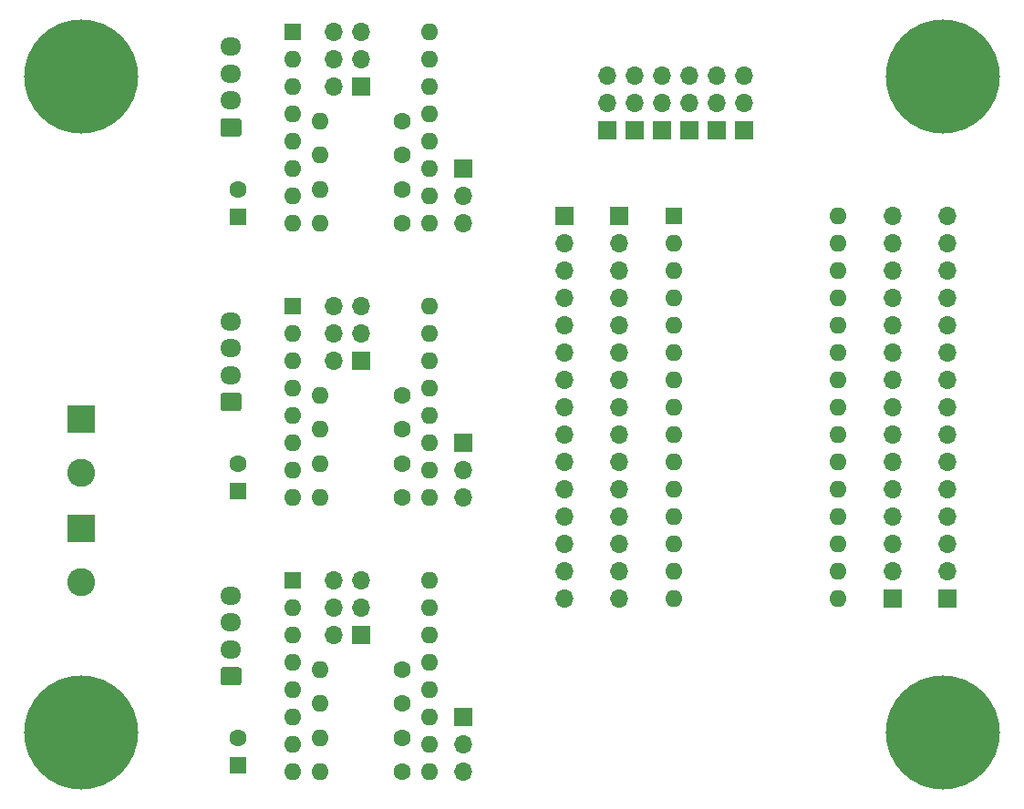
<source format=gbs>
G04 #@! TF.GenerationSoftware,KiCad,Pcbnew,5.1.10*
G04 #@! TF.CreationDate,2021-05-19T15:31:35-05:00*
G04 #@! TF.ProjectId,Multiboard,4d756c74-6962-46f6-9172-642e6b696361,rev?*
G04 #@! TF.SameCoordinates,Original*
G04 #@! TF.FileFunction,Soldermask,Bot*
G04 #@! TF.FilePolarity,Negative*
%FSLAX46Y46*%
G04 Gerber Fmt 4.6, Leading zero omitted, Abs format (unit mm)*
G04 Created by KiCad (PCBNEW 5.1.10) date 2021-05-19 15:31:35*
%MOMM*%
%LPD*%
G01*
G04 APERTURE LIST*
%ADD10R,2.600000X2.600000*%
%ADD11C,2.600000*%
%ADD12R,1.700000X1.700000*%
%ADD13O,1.700000X1.700000*%
%ADD14O,1.600000X1.600000*%
%ADD15C,1.600000*%
%ADD16R,1.600000X1.600000*%
%ADD17O,1.950000X1.700000*%
%ADD18C,0.900000*%
%ADD19C,10.600000*%
G04 APERTURE END LIST*
D10*
X120240000Y-107580000D03*
D11*
X120240000Y-112580000D03*
D10*
X120240000Y-97445000D03*
D11*
X120240000Y-102445000D03*
D12*
X171580000Y-70580000D03*
D13*
X171580000Y-68040000D03*
X171580000Y-65500000D03*
D12*
X169040000Y-70580000D03*
D13*
X169040000Y-68040000D03*
X169040000Y-65500000D03*
D12*
X176660000Y-70580000D03*
D13*
X176660000Y-68040000D03*
X176660000Y-65500000D03*
D12*
X179200000Y-70580000D03*
D13*
X179200000Y-68040000D03*
X179200000Y-65500000D03*
D12*
X181740000Y-70580000D03*
D13*
X181740000Y-68040000D03*
X181740000Y-65500000D03*
D12*
X174120000Y-70580000D03*
D13*
X174120000Y-68040000D03*
X174120000Y-65500000D03*
D14*
X142380000Y-127055000D03*
D15*
X150000000Y-127055000D03*
D14*
X142380000Y-123880000D03*
D15*
X150000000Y-123880000D03*
X134760000Y-127095000D03*
D16*
X134760000Y-129595000D03*
D17*
X134125000Y-113840000D03*
X134125000Y-116340000D03*
X134125000Y-118840000D03*
G36*
G01*
X134850000Y-122190000D02*
X133400000Y-122190000D01*
G75*
G02*
X133150000Y-121940000I0J250000D01*
G01*
X133150000Y-120740000D01*
G75*
G02*
X133400000Y-120490000I250000J0D01*
G01*
X134850000Y-120490000D01*
G75*
G02*
X135100000Y-120740000I0J-250000D01*
G01*
X135100000Y-121940000D01*
G75*
G02*
X134850000Y-122190000I-250000J0D01*
G01*
G37*
D14*
X152540000Y-112450000D03*
X139840000Y-130230000D03*
X152540000Y-114990000D03*
X139840000Y-127690000D03*
X152540000Y-117530000D03*
X139840000Y-125150000D03*
X152540000Y-120070000D03*
X139840000Y-122610000D03*
X152540000Y-122610000D03*
X139840000Y-120070000D03*
X152540000Y-125150000D03*
X139840000Y-117530000D03*
X152540000Y-127690000D03*
X139840000Y-114990000D03*
X152540000Y-130230000D03*
D16*
X139840000Y-112450000D03*
D13*
X143650000Y-112450000D03*
X146190000Y-112450000D03*
X143650000Y-114990000D03*
X146190000Y-114990000D03*
X143650000Y-117530000D03*
D12*
X146190000Y-117530000D03*
D13*
X155715000Y-130230000D03*
X155715000Y-127690000D03*
D12*
X155715000Y-125150000D03*
D14*
X142380000Y-120705000D03*
D15*
X150000000Y-120705000D03*
D14*
X142380000Y-130230000D03*
D15*
X150000000Y-130230000D03*
X134760000Y-101595000D03*
D16*
X134760000Y-104095000D03*
D14*
X152540000Y-86950000D03*
X139840000Y-104730000D03*
X152540000Y-89490000D03*
X139840000Y-102190000D03*
X152540000Y-92030000D03*
X139840000Y-99650000D03*
X152540000Y-94570000D03*
X139840000Y-97110000D03*
X152540000Y-97110000D03*
X139840000Y-94570000D03*
X152540000Y-99650000D03*
X139840000Y-92030000D03*
X152540000Y-102190000D03*
X139840000Y-89490000D03*
X152540000Y-104730000D03*
D16*
X139840000Y-86950000D03*
D14*
X142380000Y-95205000D03*
D15*
X150000000Y-95205000D03*
D14*
X142380000Y-98380000D03*
D15*
X150000000Y-98380000D03*
D14*
X142380000Y-101555000D03*
D15*
X150000000Y-101555000D03*
D14*
X142380000Y-104730000D03*
D15*
X150000000Y-104730000D03*
D17*
X134125000Y-88340000D03*
X134125000Y-90840000D03*
X134125000Y-93340000D03*
G36*
G01*
X134850000Y-96690000D02*
X133400000Y-96690000D01*
G75*
G02*
X133150000Y-96440000I0J250000D01*
G01*
X133150000Y-95240000D01*
G75*
G02*
X133400000Y-94990000I250000J0D01*
G01*
X134850000Y-94990000D01*
G75*
G02*
X135100000Y-95240000I0J-250000D01*
G01*
X135100000Y-96440000D01*
G75*
G02*
X134850000Y-96690000I-250000J0D01*
G01*
G37*
D13*
X143650000Y-86950000D03*
X146190000Y-86950000D03*
X143650000Y-89490000D03*
X146190000Y-89490000D03*
X143650000Y-92030000D03*
D12*
X146190000Y-92030000D03*
D13*
X155715000Y-104730000D03*
X155715000Y-102190000D03*
D12*
X155715000Y-99650000D03*
D18*
X203050749Y-123769251D03*
X200240000Y-122605000D03*
X197429251Y-123769251D03*
X196265000Y-126580000D03*
X197429251Y-129390749D03*
X200240000Y-130555000D03*
X203050749Y-129390749D03*
X204215000Y-126580000D03*
D19*
X200240000Y-126580000D03*
D18*
X123050749Y-123769251D03*
X120240000Y-122605000D03*
X117429251Y-123769251D03*
X116265000Y-126580000D03*
X117429251Y-129390749D03*
X120240000Y-130555000D03*
X123050749Y-129390749D03*
X124215000Y-126580000D03*
D19*
X120240000Y-126580000D03*
D18*
X203050749Y-62769251D03*
X200240000Y-61605000D03*
X197429251Y-62769251D03*
X196265000Y-65580000D03*
X197429251Y-68390749D03*
X200240000Y-69555000D03*
X203050749Y-68390749D03*
X204215000Y-65580000D03*
D19*
X200240000Y-65580000D03*
D18*
X123050749Y-62769251D03*
X120240000Y-61605000D03*
X117429251Y-62769251D03*
X116265000Y-65580000D03*
X117429251Y-68390749D03*
X120240000Y-69555000D03*
X123050749Y-68390749D03*
X124215000Y-65580000D03*
D19*
X120240000Y-65580000D03*
D16*
X134760000Y-78595000D03*
D15*
X134760000Y-76095000D03*
X150000000Y-69705000D03*
D14*
X142380000Y-69705000D03*
D15*
X150000000Y-72880000D03*
D14*
X142380000Y-72880000D03*
D15*
X150000000Y-76055000D03*
D14*
X142380000Y-76055000D03*
D15*
X150000000Y-79230000D03*
D14*
X142380000Y-79230000D03*
G36*
G01*
X134850000Y-71190000D02*
X133400000Y-71190000D01*
G75*
G02*
X133150000Y-70940000I0J250000D01*
G01*
X133150000Y-69740000D01*
G75*
G02*
X133400000Y-69490000I250000J0D01*
G01*
X134850000Y-69490000D01*
G75*
G02*
X135100000Y-69740000I0J-250000D01*
G01*
X135100000Y-70940000D01*
G75*
G02*
X134850000Y-71190000I-250000J0D01*
G01*
G37*
D17*
X134125000Y-67840000D03*
X134125000Y-65340000D03*
X134125000Y-62840000D03*
D12*
X155715000Y-74150000D03*
D13*
X155715000Y-76690000D03*
X155715000Y-79230000D03*
D12*
X146190000Y-66530000D03*
D13*
X143650000Y-66530000D03*
X146190000Y-63990000D03*
X143650000Y-63990000D03*
X146190000Y-61450000D03*
X143650000Y-61450000D03*
D16*
X139840000Y-61450000D03*
D14*
X152540000Y-79230000D03*
X139840000Y-63990000D03*
X152540000Y-76690000D03*
X139840000Y-66530000D03*
X152540000Y-74150000D03*
X139840000Y-69070000D03*
X152540000Y-71610000D03*
X139840000Y-71610000D03*
X152540000Y-69070000D03*
X139840000Y-74150000D03*
X152540000Y-66530000D03*
X139840000Y-76690000D03*
X152540000Y-63990000D03*
X139840000Y-79230000D03*
X152540000Y-61450000D03*
X190480000Y-114140000D03*
X175240000Y-114140000D03*
X190480000Y-78580000D03*
X175240000Y-111600000D03*
X190480000Y-81120000D03*
X175240000Y-109060000D03*
X190480000Y-83660000D03*
X175240000Y-106520000D03*
X190480000Y-86200000D03*
X175240000Y-103980000D03*
X190480000Y-88740000D03*
X175240000Y-101440000D03*
X190480000Y-91280000D03*
X175240000Y-98900000D03*
X190480000Y-93820000D03*
X175240000Y-96360000D03*
X190480000Y-96360000D03*
X175240000Y-93820000D03*
X190480000Y-98900000D03*
X175240000Y-91280000D03*
X190480000Y-101440000D03*
X175240000Y-88740000D03*
X190480000Y-103980000D03*
X175240000Y-86200000D03*
X190480000Y-106520000D03*
X175240000Y-83660000D03*
X190480000Y-109060000D03*
X175240000Y-81120000D03*
X190480000Y-111600000D03*
D16*
X175240000Y-78580000D03*
D13*
X200640000Y-78580000D03*
X200640000Y-81120000D03*
X200640000Y-83660000D03*
X200640000Y-86200000D03*
X200640000Y-88740000D03*
X200640000Y-91280000D03*
X200640000Y-93820000D03*
X200640000Y-96360000D03*
X200640000Y-98900000D03*
X200640000Y-101440000D03*
X200640000Y-103980000D03*
X200640000Y-106520000D03*
X200640000Y-109060000D03*
X200640000Y-111600000D03*
D12*
X200640000Y-114140000D03*
D13*
X165080000Y-114140000D03*
X165080000Y-111600000D03*
X165080000Y-109060000D03*
X165080000Y-106520000D03*
X165080000Y-103980000D03*
X165080000Y-101440000D03*
X165080000Y-98900000D03*
X165080000Y-96360000D03*
X165080000Y-93820000D03*
X165080000Y-91280000D03*
X165080000Y-88740000D03*
X165080000Y-86200000D03*
X165080000Y-83660000D03*
X165080000Y-81120000D03*
D12*
X165080000Y-78580000D03*
D13*
X195560000Y-78580000D03*
X195560000Y-81120000D03*
X195560000Y-83660000D03*
X195560000Y-86200000D03*
X195560000Y-88740000D03*
X195560000Y-91280000D03*
X195560000Y-93820000D03*
X195560000Y-96360000D03*
X195560000Y-98900000D03*
X195560000Y-101440000D03*
X195560000Y-103980000D03*
X195560000Y-106520000D03*
X195560000Y-109060000D03*
X195560000Y-111600000D03*
D12*
X195560000Y-114140000D03*
D13*
X170160000Y-114140000D03*
X170160000Y-111600000D03*
X170160000Y-109060000D03*
X170160000Y-106520000D03*
X170160000Y-103980000D03*
X170160000Y-101440000D03*
X170160000Y-98900000D03*
X170160000Y-96360000D03*
X170160000Y-93820000D03*
X170160000Y-91280000D03*
X170160000Y-88740000D03*
X170160000Y-86200000D03*
X170160000Y-83660000D03*
X170160000Y-81120000D03*
D12*
X170160000Y-78580000D03*
M02*

</source>
